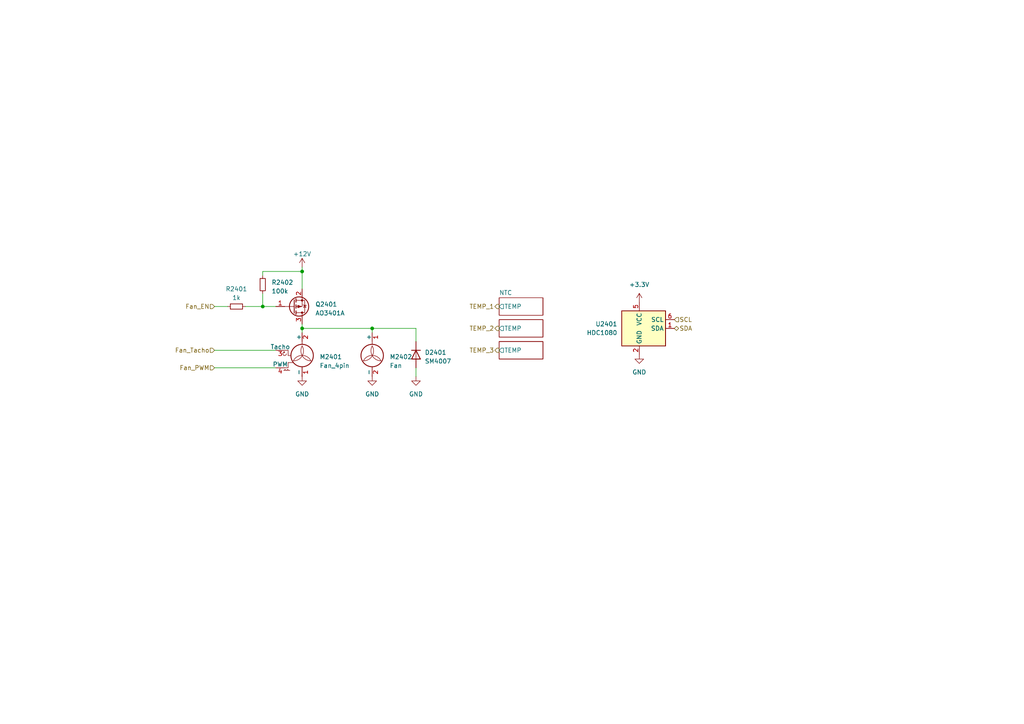
<source format=kicad_sch>
(kicad_sch (version 20230121) (generator eeschema)
  (paper "A4")
  (lib_symbols
    (symbol "Device:R_Small" (pin_numbers hide) (pin_names (offset 0.254) hide)
      (property "Reference" "R" (at 0.762 0.508 0))
      (property "Value" "R_Small" (at 0.762 -1.016 0))
      (symbol "R_Small_0_1"
        (rectangle (start -0.762 1.778) (end 0.762 -1.778) (stroke (width 0.2032)))
      )
      (symbol "R_Small_1_1"
        (pin passive line (at 0 2.54 270) (length 0.762) (name "~") (number "1"))
        (pin passive line (at 0 -2.54 90) (length 0.762) (name "~") (number "2"))
      )
    )
    (symbol "Diode:SM4007" (pin_numbers hide) (pin_names hide)
      (property "Reference" "D" (at 0 2.54 0))
      (property "Value" "SM4007" (at 0 -2.54 0))
      (symbol "SM4007_0_1"
        (polyline (pts (xy -1.27 1.27) (xy -1.27 -1.27)) (stroke (width 0.254)))
        (polyline (pts (xy 1.27 0) (xy -1.27 0)))
        (polyline (pts (xy 1.27 1.27) (xy 1.27 -1.27) (xy -1.27 0) (xy 1.27 1.27)) (stroke (width 0.254)))
      )
      (symbol "SM4007_1_1"
        (pin passive line (at -3.81 0 0) (length 2.54) (name "K") (number "1"))
        (pin passive line (at 3.81 0 180) (length 2.54) (name "A") (number "2"))
      )
    )
    (symbol "GND_1" (power) (pin_names (offset 0))
      (property "Value" "GND_1" (at 0 -3.81 0))
      (symbol "GND_1_0_1"
        (polyline (pts (xy 0 0) (xy 0 -1.27) (xy 1.27 -1.27) (xy 0 -2.54) (xy -1.27 -1.27) (xy 0 -1.27)))
      )
      (symbol "GND_1_1_1"
        (pin power_in line (at 0 0 270) (length 0) hide (name "GND") (number "1"))
      )
    )
    (symbol "GND_2" (power) (pin_names (offset 0))
      (property "Value" "GND_2" (at 0 -3.81 0))
      (symbol "GND_2_0_1"
        (polyline (pts (xy 0 0) (xy 0 -1.27) (xy 1.27 -1.27) (xy 0 -2.54) (xy -1.27 -1.27) (xy 0 -1.27)))
      )
      (symbol "GND_2_1_1"
        (pin power_in line (at 0 0 270) (length 0) hide (name "GND") (number "1"))
      )
    )
    (symbol "Motor:Fan" (pin_names (offset 0))
      (property "Reference" "M" (at 2.54 5.08 0))
      (property "Value" "Fan" (at 2.54 -2.54 0))
      (symbol "Fan_0_1"
        (arc (start -2.54 -0.508) (mid 0.0028 0.9121) (end 0 3.81))
        (polyline (pts (xy 0 -5.08) (xy 0 -4.572)))
        (polyline (pts (xy 0 -2.2352) (xy 0 -2.6416)))
        (polyline (pts (xy 0 4.2672) (xy 0 4.6228)))
        (polyline (pts (xy 0 4.572) (xy 0 5.08)))
        (circle (center 0 1.016) (radius 3.2512) (stroke (width 0.254)))
        (arc (start 0 3.81) (mid 0.053 0.921) (end 2.54 -0.508))
        (arc (start 2.54 -0.508) (mid 0 1.0618) (end -2.54 -0.508))
      )
      (symbol "Fan_1_1"
        (pin passive line (at 0 7.62 270) (length 2.54) (name "+") (number "1"))
        (pin passive line (at 0 -5.08 90) (length 2.54) (name "-") (number "2"))
      )
    )
    (symbol "Motor:Fan_4pin" (pin_names (offset 0))
      (property "Reference" "M" (at 2.54 5.08 0))
      (property "Value" "Fan_4pin" (at 2.54 -2.54 0))
      (symbol "Fan_4pin_0_0"
        (arc (start -5.588 1.524) (mid -5.08 1.0182) (end -4.572 1.524))
        (arc (start -5.08 2.032) (mid -5.4392 1.8832) (end -5.588 1.524))
        (polyline (pts (xy -5.08 2.032) (xy -5.334 2.159)))
        (polyline (pts (xy -5.08 2.032) (xy -5.207 1.778)))
        (polyline (pts (xy -4.064 2.54) (xy -4.064 1.016) (xy -3.302 1.016)))
      )
      (symbol "Fan_4pin_0_1"
        (arc (start -2.54 -0.508) (mid 0.0028 0.9121) (end 0 3.81))
        (polyline (pts (xy -4.064 2.54) (xy -5.08 2.54)))
        (polyline (pts (xy 0 -5.08) (xy 0 -4.572)))
        (polyline (pts (xy 0 -2.2352) (xy 0 -2.6416)))
        (polyline (pts (xy 0 4.2672) (xy 0 4.6228)))
        (polyline (pts (xy 0 4.572) (xy 0 5.08)))
        (polyline (pts (xy -2.54 -1.016) (xy -4.064 -1.016) (xy -4.064 -2.54) (xy -5.08 -2.54)))
        (polyline (pts (xy -5.334 -3.302) (xy -5.08 -3.302) (xy -5.08 -3.048) (xy -4.826 -3.048) (xy -4.826 -3.302) (xy -4.318 -3.302) (xy -4.318 -3.048) (xy -4.064 -3.048) (xy -4.064 -3.302) (xy -3.556 -3.302)))
        (circle (center 0 1.016) (radius 3.2512) (stroke (width 0.254)))
        (arc (start 0 3.81) (mid 0.053 0.921) (end 2.54 -0.508))
        (arc (start 2.54 -0.508) (mid 0 1.0618) (end -2.54 -0.508))
      )
      (symbol "Fan_4pin_1_1"
        (pin passive line (at 0 -5.08 90) (length 2.54) (name "-") (number "1"))
        (pin passive line (at 0 7.62 270) (length 2.54) (name "+") (number "2"))
        (pin passive line (at -7.62 2.54 0) (length 2.54) (name "Tacho") (number "3"))
        (pin input line (at -7.62 -2.54 0) (length 2.54) (name "PWM") (number "4"))
      )
    )
    (symbol "Sensor_Humidity:HDC1080"
      (property "Reference" "U" (at -6.35 6.35 0))
      (property "Value" "HDC1080" (at 3.81 6.35 0))
      (symbol "HDC1080_0_1"
        (rectangle (start -7.62 5.08) (end 5.08 -5.08) (stroke (width 0.254)) (fill (type background)))
      )
      (symbol "HDC1080_1_1"
        (pin bidirectional line (at 7.62 0 180) (length 2.54) (name "SDA") (number "1"))
        (pin power_in line (at -2.54 -7.62 90) (length 2.54) (name "GND") (number "2"))
        (pin no_connect line (at -7.62 0 0) (length 2.54) hide (name "NC") (number "3"))
        (pin no_connect line (at -7.62 -2.54 0) (length 2.54) hide (name "NC") (number "4"))
        (pin power_in line (at -2.54 7.62 270) (length 2.54) (name "VCC") (number "5"))
        (pin input line (at 7.62 2.54 180) (length 2.54) (name "SCL") (number "6"))
        (pin no_connect line (at -7.62 2.54 0) (length 2.54) hide (name "DAP") (number "7"))
      )
    )
    (symbol "Transistor_FET:AO3401A" (pin_names hide)
      (property "Reference" "Q" (at 5.08 1.905 0))
      (property "Value" "AO3401A" (at 5.08 0 0))
      (symbol "AO3401A_0_1"
        (polyline (pts (xy 0.254 0) (xy -2.54 0)))
        (polyline (pts (xy 0.254 1.905) (xy 0.254 -1.905)) (stroke (width 0.254)))
        (polyline (pts (xy 0.762 -1.27) (xy 0.762 -2.286)) (stroke (width 0.254)))
        (polyline (pts (xy 0.762 0.508) (xy 0.762 -0.508)) (stroke (width 0.254)))
        (polyline (pts (xy 0.762 2.286) (xy 0.762 1.27)) (stroke (width 0.254)))
        (polyline (pts (xy 2.54 2.54) (xy 2.54 1.778)))
        (polyline (pts (xy 2.54 -2.54) (xy 2.54 0) (xy 0.762 0)))
        (polyline (pts (xy 0.762 1.778) (xy 3.302 1.778) (xy 3.302 -1.778) (xy 0.762 -1.778)))
        (polyline (pts (xy 2.286 0) (xy 1.27 0.381) (xy 1.27 -0.381) (xy 2.286 0)) (fill (type outline)))
        (polyline (pts (xy 2.794 -0.508) (xy 2.921 -0.381) (xy 3.683 -0.381) (xy 3.81 -0.254)))
        (polyline (pts (xy 3.302 -0.381) (xy 2.921 0.254) (xy 3.683 0.254) (xy 3.302 -0.381)))
        (circle (center 1.651 0) (radius 2.794) (stroke (width 0.254)))
        (circle (center 2.54 -1.778) (radius 0.254) (fill (type outline)))
        (circle (center 2.54 1.778) (radius 0.254) (fill (type outline)))
      )
      (symbol "AO3401A_1_1"
        (pin input line (at -5.08 0 0) (length 2.54) (name "G") (number "1"))
        (pin passive line (at 2.54 -5.08 90) (length 2.54) (name "S") (number "2"))
        (pin passive line (at 2.54 5.08 270) (length 2.54) (name "D") (number "3"))
      )
    )
    (symbol "power:+12V" (power) (pin_names (offset 0))
      (property "Value" "+12V" (at 0 3.556 0))
      (symbol "+12V_0_1"
        (polyline (pts (xy -0.762 1.27) (xy 0 2.54)))
        (polyline (pts (xy 0 0) (xy 0 2.54)))
        (polyline (pts (xy 0 2.54) (xy 0.762 1.27)))
      )
      (symbol "+12V_1_1"
        (pin power_in line (at 0 0 90) (length 0) hide (name "+12V") (number "1"))
      )
    )
    (symbol "power:+3.3V" (power) (pin_names (offset 0))
      (property "Value" "+3.3V" (at 0 3.556 0))
      (symbol "+3.3V_0_1"
        (polyline (pts (xy -0.762 1.27) (xy 0 2.54)))
        (polyline (pts (xy 0 0) (xy 0 2.54)))
        (polyline (pts (xy 0 2.54) (xy 0.762 1.27)))
      )
      (symbol "+3.3V_1_1"
        (pin power_in line (at 0 0 90) (length 0) hide (name "+3.3V") (number "1"))
      )
    )
    (symbol "power:GND" (power) (pin_names (offset 0))
      (property "Value" "GND" (at 0 -3.81 0))
      (symbol "GND_0_1"
        (polyline (pts (xy 0 0) (xy 0 -1.27) (xy 1.27 -1.27) (xy 0 -2.54) (xy -1.27 -1.27) (xy 0 -1.27)))
      )
      (symbol "GND_1_1"
        (pin power_in line (at 0 0 270) (length 0) hide (name "GND") (number "1"))
      )
    )
  )
  (junction (at 87.63 78.74))
  (junction (at 87.63 95.25))
  (junction (at 76.2 88.9))
  (junction (at 107.95 95.25))
  (wire (pts (xy 71.12 88.9) (xy 76.2 88.9)))
  (wire (pts (xy 87.63 77.47) (xy 87.63 78.74)))
  (wire (pts (xy 76.2 88.9) (xy 80.01 88.9)))
  (wire (pts (xy 62.23 106.68) (xy 80.01 106.68)))
  (wire (pts (xy 107.95 96.52) (xy 107.95 95.25)))
  (wire (pts (xy 120.65 95.25) (xy 107.95 95.25)))
  (wire (pts (xy 76.2 80.01) (xy 76.2 78.74)))
  (wire (pts (xy 87.63 93.98) (xy 87.63 95.25)))
  (wire (pts (xy 76.2 85.09) (xy 76.2 88.9)))
  (wire (pts (xy 120.65 99.06) (xy 120.65 95.25)))
  (wire (pts (xy 76.2 78.74) (xy 87.63 78.74)))
  (wire (pts (xy 87.63 95.25) (xy 87.63 96.52)))
  (wire (pts (xy 62.23 101.6) (xy 80.01 101.6)))
  (wire (pts (xy 107.95 95.25) (xy 87.63 95.25)))
  (wire (pts (xy 87.63 78.74) (xy 87.63 83.82)))
  (wire (pts (xy 120.65 106.68) (xy 120.65 109.22)))
  (wire (pts (xy 62.23 88.9) (xy 66.04 88.9)))
  (hierarchical_label "SDA" (shape bidirectional) (at 195.58 95.25 0))
  (hierarchical_label "Fan_PWM" (shape input) (at 62.23 106.68 180))
  (hierarchical_label "Fan_EN" (shape input) (at 62.23 88.9 180))
  (hierarchical_label "TEMP_3" (shape output) (at 144.78 101.6 180))
  (hierarchical_label "TEMP_1" (shape output) (at 144.78 88.9 180))
  (hierarchical_label "SCL" (shape input) (at 195.58 92.71 0))
  (hierarchical_label "TEMP_2" (shape output) (at 144.78 95.25 180))
  (hierarchical_label "Fan_Tacho" (shape input) (at 62.23 101.6 180))
  (symbol (lib_id "Device:R_Small") (at 68.58 88.9 90) (unit 1)
    (property "Reference" "R2401" (at 68.58 83.82 90))
    (property "Value" "1k" (at 68.58 86.36 90))
  )
  (symbol (lib_id "power:+3.3V") (at 185.42 87.63 0) (unit 1)
    (property "Reference" "#PWR02405" (effects hide))
    (property "Value" "+3.3V" (at 185.42 82.55 0))
  )
  (symbol (lib_id "power:GND") (at 185.42 102.87 0) (unit 1)
    (property "Reference" "#PWR02406" (effects hide))
    (property "Value" "GND" (at 185.42 107.95 0))
  )
  (symbol (lib_id "power:+12V") (at 87.63 77.47 0) (unit 1)
    (property "Reference" "#PWR02401" (effects hide))
    (property "Value" "+12V" (at 87.63 73.66 0))
  )
  (symbol (lib_id "Motor:Fan_4pin") (at 87.63 104.14 0) (unit 1)
    (property "Reference" "M2401" (at 92.71 103.505 0) (effects (justify left)))
    (property "Value" "Fan_4pin" (at 92.71 106.045 0) (effects (justify left)))
    (property "Footprint" "Connector:FanPinHeader_1x04_P2.54mm_Vertical" (effects hide))
    (property "Datasheet" "http://www.formfactors.org/developer%5Cspecs%5Crev1_2_public.pdf" (effects hide))
  )
  (symbol (lib_name "GND_1") (lib_id "power:GND") (at 87.63 109.22 0) (unit 1)
    (property "Reference" "#PWR02402" (effects hide))
    (property "Value" "GND" (at 87.63 114.3 0))
  )
  (symbol (lib_name "GND_2") (lib_id "power:GND") (at 120.65 109.22 0) (unit 1)
    (property "Reference" "#PWR02404" (effects hide))
    (property "Value" "GND" (at 120.65 114.3 0))
  )
  (symbol (lib_id "Diode:SM4007") (at 120.65 102.87 270) (unit 1)
    (property "Reference" "D2401" (at 123.19 102.235 90) (effects (justify left)))
    (property "Value" "SM4007" (at 123.19 104.775 90) (effects (justify left)))
    (property "Footprint" "Diode_THT:D_DO-41_SOD81_P7.62mm_Horizontal" (effects hide))
    (property "Datasheet" "http://cdn-reichelt.de/documents/datenblatt/A400/SMD1N400%23DIO.pdf" (effects hide))
    (property "Sim.Device" "D" (effects hide))
    (property "Sim.Pins" "1=K 2=A" (effects hide))
  )
  (symbol (lib_id "Transistor_FET:AO3401A") (at 85.09 88.9 0) (mirror x) (unit 1)
    (property "Reference" "Q2401" (at 91.44 88.265 0) (effects (justify left)))
    (property "Value" "AO3401A" (at 91.44 90.805 0) (effects (justify left)))
    (property "Footprint" "Package_TO_SOT_SMD:SOT-23" (effects hide))
    (property "Datasheet" "http://www.aosmd.com/pdfs/datasheet/AO3401A.pdf" (effects hide))
  )
  (symbol (lib_id "Sensor_Humidity:HDC1080") (at 187.96 95.25 0) (unit 1)
    (property "Reference" "U2401" (at 179.07 93.9799 0) (effects (justify right)))
    (property "Value" "HDC1080" (at 179.07 96.5199 0) (effects (justify right)))
    (property "Footprint" "Package_SON:Texas_PWSON-N6" (effects hide))
    (property "Datasheet" "http://www.ti.com/lit/ds/symlink/hdc1080.pdf" (effects hide))
  )
  (symbol (lib_id "Motor:Fan") (at 107.95 104.14 0) (unit 1)
    (property "Reference" "M2402" (at 113.03 103.505 0) (effects (justify left)))
    (property "Value" "Fan" (at 113.03 106.045 0) (effects (justify left)))
    (property "Footprint" "Connector_JST:JST_XH_B2B-XH-A_1x02_P2.50mm_Vertical" (effects hide))
  )
  (symbol (lib_id "Device:R_Small") (at 76.2 82.55 0) (unit 1)
    (property "Reference" "R2402" (at 78.74 81.915 0) (effects (justify left)))
    (property "Value" "100k" (at 78.74 84.455 0) (effects (justify left)))
  )
  (symbol (lib_name "GND_1") (lib_id "power:GND") (at 107.95 109.22 0) (unit 1)
    (property "Reference" "#PWR02403" (effects hide))
    (property "Value" "GND" (at 107.95 114.3 0))
  )
  (sheet (at 144.78 92.71) (size 12.7 5.08) (stroke (width 0.1524))
    (property "Sheetname" "NTC1" (effects hide))
    (property "Sheetfile" "ntc.kicad_sch" (effects hide))
    (pin "TEMP" output (at 144.78 95.25 180))
  )
  (sheet (at 144.78 99.06) (size 12.7 5.08) (stroke (width 0.1524))
    (property "Sheetname" "NTC3" (effects hide))
    (property "Sheetfile" "ntc.kicad_sch" (effects hide))
    (pin "TEMP" output (at 144.78 101.6 180))
  )
  (sheet (at 144.78 86.36) (size 12.7 5.08) (stroke (width 0.1524))
    (property "Sheetname" "NTC" (at 144.78 85.6484 0) (effects (justify left bottom)))
    (property "Sheetfile" "ntc.kicad_sch" (effects hide))
    (pin "TEMP" output (at 144.78 88.9 180))
  )
)
</source>
